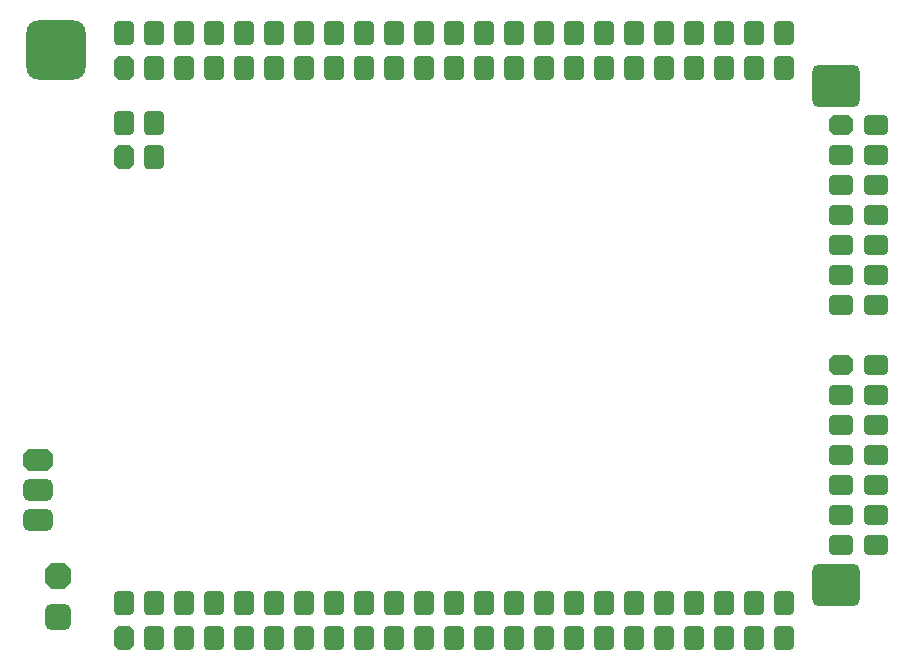
<source format=gbr>
%TF.GenerationSoftware,Altium Limited,Altium Designer,21.5.1 (32)*%
G04 Layer_Color=255*
%FSLAX45Y45*%
%MOMM*%
%TF.SameCoordinates,6D93875A-9943-4EB1-8E24-321CDD5DE8D5*%
%TF.FilePolarity,Positive*%
%TF.FileFunction,Pads,Bot*%
%TF.Part,Single*%
G01*
G75*
%TA.AperFunction,ComponentPad*%
G04:AMPARAMS|DCode=85|XSize=1.7mm|YSize=2.1mm|CornerRadius=0mm|HoleSize=0mm|Usage=FLASHONLY|Rotation=270.000|XOffset=0mm|YOffset=0mm|HoleType=Round|Shape=Octagon|*
%AMOCTAGOND85*
4,1,8,1.05000,0.42500,1.05000,-0.42500,0.62500,-0.85000,-0.62500,-0.85000,-1.05000,-0.42500,-1.05000,0.42500,-0.62500,0.85000,0.62500,0.85000,1.05000,0.42500,0.0*
%
%ADD85OCTAGOND85*%

G04:AMPARAMS|DCode=86|XSize=1.7mm|YSize=2.1mm|CornerRadius=0.425mm|HoleSize=0mm|Usage=FLASHONLY|Rotation=270.000|XOffset=0mm|YOffset=0mm|HoleType=Round|Shape=RoundedRectangle|*
%AMROUNDEDRECTD86*
21,1,1.70000,1.25001,0,0,270.0*
21,1,0.85000,2.10000,0,0,270.0*
1,1,0.85000,-0.62500,-0.42500*
1,1,0.85000,-0.62500,0.42500*
1,1,0.85000,0.62500,0.42500*
1,1,0.85000,0.62500,-0.42500*
%
%ADD86ROUNDEDRECTD86*%
G04:AMPARAMS|DCode=87|XSize=1.7mm|YSize=2.1mm|CornerRadius=0.425mm|HoleSize=0mm|Usage=FLASHONLY|Rotation=0.000|XOffset=0mm|YOffset=0mm|HoleType=Round|Shape=RoundedRectangle|*
%AMROUNDEDRECTD87*
21,1,1.70000,1.25001,0,0,0.0*
21,1,0.85000,2.10000,0,0,0.0*
1,1,0.85000,0.42500,-0.62500*
1,1,0.85000,-0.42500,-0.62500*
1,1,0.85000,-0.42500,0.62500*
1,1,0.85000,0.42500,0.62500*
%
%ADD87ROUNDEDRECTD87*%
G04:AMPARAMS|DCode=88|XSize=1.7mm|YSize=2.1mm|CornerRadius=0mm|HoleSize=0mm|Usage=FLASHONLY|Rotation=0.000|XOffset=0mm|YOffset=0mm|HoleType=Round|Shape=Octagon|*
%AMOCTAGOND88*
4,1,8,-0.42500,1.05000,0.42500,1.05000,0.85000,0.62500,0.85000,-0.62500,0.42500,-1.05000,-0.42500,-1.05000,-0.85000,-0.62500,-0.85000,0.62500,-0.42500,1.05000,0.0*
%
%ADD88OCTAGOND88*%

G04:AMPARAMS|DCode=89|XSize=4mm|YSize=3.6mm|CornerRadius=0.54mm|HoleSize=0mm|Usage=FLASHONLY|Rotation=0.000|XOffset=0mm|YOffset=0mm|HoleType=Round|Shape=RoundedRectangle|*
%AMROUNDEDRECTD89*
21,1,4.00000,2.52000,0,0,0.0*
21,1,2.92000,3.60000,0,0,0.0*
1,1,1.08000,1.46000,-1.26000*
1,1,1.08000,-1.46000,-1.26000*
1,1,1.08000,-1.46000,1.26000*
1,1,1.08000,1.46000,1.26000*
%
%ADD89ROUNDEDRECTD89*%
G04:AMPARAMS|DCode=90|XSize=5mm|YSize=5mm|CornerRadius=1mm|HoleSize=0mm|Usage=FLASHONLY|Rotation=0.000|XOffset=0mm|YOffset=0mm|HoleType=Round|Shape=RoundedRectangle|*
%AMROUNDEDRECTD90*
21,1,5.00000,3.00000,0,0,0.0*
21,1,3.00000,5.00000,0,0,0.0*
1,1,2.00000,1.50000,-1.50000*
1,1,2.00000,-1.50000,-1.50000*
1,1,2.00000,-1.50000,1.50000*
1,1,2.00000,1.50000,1.50000*
%
%ADD90ROUNDEDRECTD90*%
G04:AMPARAMS|DCode=91|XSize=2.2mm|YSize=2.2mm|CornerRadius=0.55mm|HoleSize=0mm|Usage=FLASHONLY|Rotation=270.000|XOffset=0mm|YOffset=0mm|HoleType=Round|Shape=RoundedRectangle|*
%AMROUNDEDRECTD91*
21,1,2.20000,1.10000,0,0,270.0*
21,1,1.10000,2.20000,0,0,270.0*
1,1,1.10000,-0.55000,-0.55000*
1,1,1.10000,-0.55000,0.55000*
1,1,1.10000,0.55000,0.55000*
1,1,1.10000,0.55000,-0.55000*
%
%ADD91ROUNDEDRECTD91*%
G04:AMPARAMS|DCode=92|XSize=2.2mm|YSize=2.2mm|CornerRadius=0mm|HoleSize=0mm|Usage=FLASHONLY|Rotation=270.000|XOffset=0mm|YOffset=0mm|HoleType=Round|Shape=Octagon|*
%AMOCTAGOND92*
4,1,8,-0.55000,-1.10000,0.55000,-1.10000,1.10000,-0.55000,1.10000,0.55000,0.55000,1.10000,-0.55000,1.10000,-1.10000,0.55000,-1.10000,-0.55000,-0.55000,-1.10000,0.0*
%
%ADD92OCTAGOND92*%

%TA.AperFunction,SMDPad,CuDef*%
G04:AMPARAMS|DCode=99|XSize=1.8mm|YSize=2.5mm|CornerRadius=0mm|HoleSize=0mm|Usage=FLASHONLY|Rotation=270.000|XOffset=0mm|YOffset=0mm|HoleType=Round|Shape=Octagon|*
%AMOCTAGOND99*
4,1,8,1.25000,0.45000,1.25000,-0.45000,0.80000,-0.90000,-0.80000,-0.90000,-1.25000,-0.45000,-1.25000,0.45000,-0.80000,0.90000,0.80000,0.90000,1.25000,0.45000,0.0*
%
%ADD99OCTAGOND99*%

G04:AMPARAMS|DCode=100|XSize=1.8mm|YSize=2.5mm|CornerRadius=0.45mm|HoleSize=0mm|Usage=FLASHONLY|Rotation=270.000|XOffset=0mm|YOffset=0mm|HoleType=Round|Shape=RoundedRectangle|*
%AMROUNDEDRECTD100*
21,1,1.80000,1.60000,0,0,270.0*
21,1,0.90000,2.50000,0,0,270.0*
1,1,0.90000,-0.80000,-0.45000*
1,1,0.90000,-0.80000,0.45000*
1,1,0.90000,0.80000,0.45000*
1,1,0.90000,0.80000,-0.45000*
%
%ADD100ROUNDEDRECTD100*%
D85*
X8108000Y2476800D02*
D03*
Y4508800D02*
D03*
D86*
Y2222800D02*
D03*
Y1968800D02*
D03*
Y1714800D02*
D03*
Y1460800D02*
D03*
Y1206800D02*
D03*
Y952800D02*
D03*
X8402000Y2476800D02*
D03*
Y2222800D02*
D03*
Y1968800D02*
D03*
Y1714800D02*
D03*
Y1460800D02*
D03*
Y1206800D02*
D03*
Y952800D02*
D03*
X8108000Y4254800D02*
D03*
Y4000800D02*
D03*
Y3746800D02*
D03*
Y3492800D02*
D03*
Y3238800D02*
D03*
Y2984800D02*
D03*
X8402000Y4508800D02*
D03*
Y4254800D02*
D03*
Y4000800D02*
D03*
Y3746800D02*
D03*
Y3492800D02*
D03*
Y3238800D02*
D03*
Y2984800D02*
D03*
D87*
X7620000Y464500D02*
D03*
X7366000D02*
D03*
X7112000D02*
D03*
X6858000D02*
D03*
X6604000D02*
D03*
X6350000D02*
D03*
X6096000D02*
D03*
X5842000D02*
D03*
X5588000D02*
D03*
X5334000D02*
D03*
X5080000D02*
D03*
X4826000D02*
D03*
X4572000D02*
D03*
X4318000D02*
D03*
X4064000D02*
D03*
X3810000D02*
D03*
X3556000D02*
D03*
X3302000D02*
D03*
X3048000D02*
D03*
X2794000D02*
D03*
X2540000D02*
D03*
X2286000D02*
D03*
X2032000D02*
D03*
X7620000Y170500D02*
D03*
X7366000D02*
D03*
X7112000D02*
D03*
X6858000D02*
D03*
X6604000D02*
D03*
X6350000D02*
D03*
X6096000D02*
D03*
X5842000D02*
D03*
X5588000D02*
D03*
X5334000D02*
D03*
X5080000D02*
D03*
X4826000D02*
D03*
X4572000D02*
D03*
X4318000D02*
D03*
X4064000D02*
D03*
X3810000D02*
D03*
X3556000D02*
D03*
X3302000D02*
D03*
X3048000D02*
D03*
X2794000D02*
D03*
X2540000D02*
D03*
X2286000D02*
D03*
X7620000Y5290500D02*
D03*
X7366000D02*
D03*
X7112000D02*
D03*
X6858000D02*
D03*
X6604000D02*
D03*
X6350000D02*
D03*
X6096000D02*
D03*
X5842000D02*
D03*
X5588000D02*
D03*
X5334000D02*
D03*
X5080000D02*
D03*
X4826000D02*
D03*
X4572000D02*
D03*
X4318000D02*
D03*
X4064000D02*
D03*
X3810000D02*
D03*
X3556000D02*
D03*
X3302000D02*
D03*
X3048000D02*
D03*
X2794000D02*
D03*
X2540000D02*
D03*
X2286000D02*
D03*
X2032000D02*
D03*
X7620000Y4996500D02*
D03*
X7366000D02*
D03*
X7112000D02*
D03*
X6858000D02*
D03*
X6604000D02*
D03*
X6350000D02*
D03*
X6096000D02*
D03*
X5842000D02*
D03*
X5588000D02*
D03*
X5334000D02*
D03*
X5080000D02*
D03*
X4826000D02*
D03*
X4572000D02*
D03*
X4318000D02*
D03*
X4064000D02*
D03*
X3810000D02*
D03*
X3556000D02*
D03*
X3302000D02*
D03*
X3048000D02*
D03*
X2794000D02*
D03*
X2540000D02*
D03*
X2286000D02*
D03*
X2032000Y4532400D02*
D03*
X2286000D02*
D03*
Y4238400D02*
D03*
D88*
X2032000Y170500D02*
D03*
Y4996500D02*
D03*
Y4238400D02*
D03*
D89*
X8064500Y615000D02*
D03*
Y4846000D02*
D03*
D90*
X1460500Y5143500D02*
D03*
D91*
X1480000Y345000D02*
D03*
D92*
Y695000D02*
D03*
D99*
X1310000Y1674000D02*
D03*
D100*
Y1420000D02*
D03*
Y1166000D02*
D03*
%TF.MD5,f794a3ae5a3ca7298ff3b9f8824ced26*%
M02*

</source>
